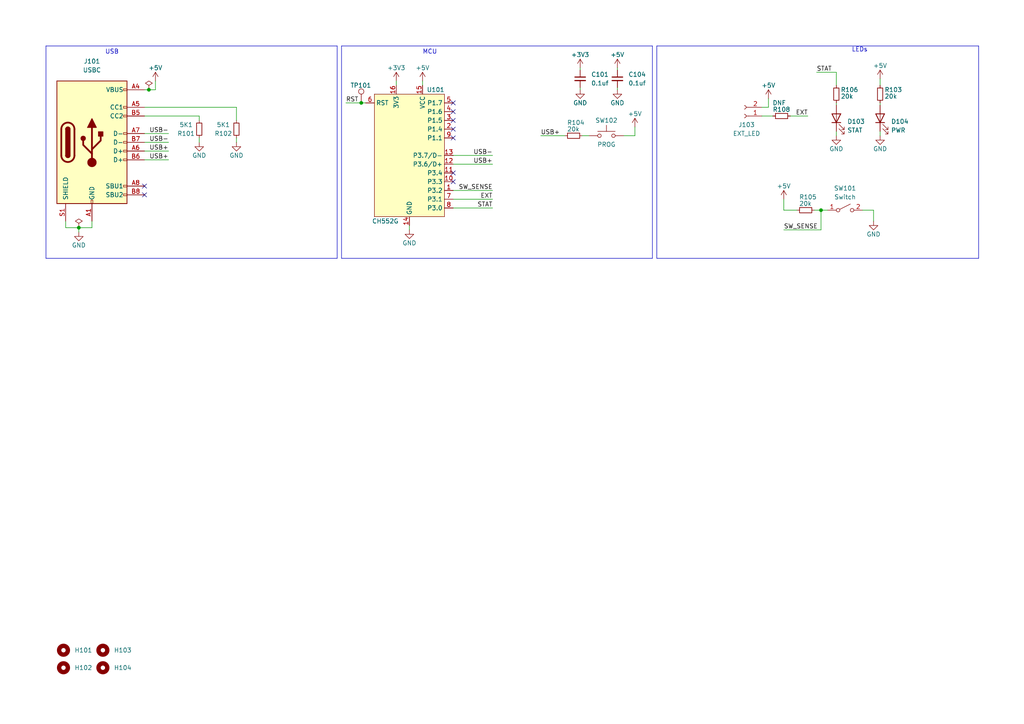
<source format=kicad_sch>
(kicad_sch (version 20230121) (generator eeschema)
  (paper "A4")
  (lib_symbols
    (symbol "Connector:Conn_01x02_Socket" (pin_names (offset 1.016) hide)
      (property "Reference" "J" (at 0 2.54 0))
      (property "Value" "Conn_01x02_Socket" (at 0 -5.08 0))
      (symbol "Conn_01x02_Socket_1_1"
        (arc (start 0 -2.032) (mid -0.5058 -2.54) (end 0 -3.048) (stroke (width 0.1524)))
        (polyline (pts (xy -1.27 -2.54) (xy -0.508 -2.54)) (stroke (width 0.1524)))
        (polyline (pts (xy -1.27 0) (xy -0.508 0)) (stroke (width 0.1524)))
        (arc (start 0 0.508) (mid -0.5058 0) (end 0 -0.508) (stroke (width 0.1524)))
        (pin passive line (at -5.08 0 0) (length 3.81) (name "Pin_1") (number "1"))
        (pin passive line (at -5.08 -2.54 0) (length 3.81) (name "Pin_2") (number "2"))
      )
    )
    (symbol "Connector:TestPoint" (pin_numbers hide) (pin_names (offset 0.762) hide)
      (property "Reference" "TP" (at 0 6.858 0))
      (property "Value" "TestPoint" (at 0 5.08 0))
      (symbol "TestPoint_0_1"
        (circle (center 0 3.302) (radius 0.762))
      )
      (symbol "TestPoint_1_1"
        (pin passive line (at 0 0 90) (length 2.54) (name "1") (number "1"))
      )
    )
    (symbol "Connector:USB_C_Receptacle_USB2.0" (pin_names (offset 1.016))
      (property "Reference" "J" (at -10.16 19.05 0))
      (property "Value" "USB_C_Receptacle_USB2.0" (at 19.05 19.05 0))
      (symbol "USB_C_Receptacle_USB2.0_0_0"
        (rectangle (start -0.254 -17.78) (end 0.254 -16.764))
        (rectangle (start 10.16 -14.986) (end 9.144 -15.494))
        (rectangle (start 10.16 -12.446) (end 9.144 -12.954))
        (rectangle (start 10.16 -4.826) (end 9.144 -5.334))
        (rectangle (start 10.16 -2.286) (end 9.144 -2.794))
        (rectangle (start 10.16 0.254) (end 9.144 -0.254))
        (rectangle (start 10.16 2.794) (end 9.144 2.286))
        (rectangle (start 10.16 7.874) (end 9.144 7.366))
        (rectangle (start 10.16 10.414) (end 9.144 9.906))
        (rectangle (start 10.16 15.494) (end 9.144 14.986))
      )
      (symbol "USB_C_Receptacle_USB2.0_0_1"
        (rectangle (start -10.16 17.78) (end 10.16 -17.78) (stroke (width 0.254)) (fill (type background)))
        (arc (start -8.89 -3.81) (mid -6.985 -5.7067) (end -5.08 -3.81) (stroke (width 0.508)))
        (arc (start -7.62 -3.81) (mid -6.985 -4.4423) (end -6.35 -3.81) (stroke (width 0.254)))
        (arc (start -7.62 -3.81) (mid -6.985 -4.4423) (end -6.35 -3.81) (stroke (width 0.254)) (fill (type outline)))
        (rectangle (start -7.62 -3.81) (end -6.35 3.81) (stroke (width 0.254)) (fill (type outline)))
        (arc (start -6.35 3.81) (mid -6.985 4.4423) (end -7.62 3.81) (stroke (width 0.254)))
        (arc (start -6.35 3.81) (mid -6.985 4.4423) (end -7.62 3.81) (stroke (width 0.254)) (fill (type outline)))
        (arc (start -5.08 3.81) (mid -6.985 5.7067) (end -8.89 3.81) (stroke (width 0.508)))
        (circle (center -2.54 1.143) (radius 0.635) (stroke (width 0.254)) (fill (type outline)))
        (circle (center 0 -5.842) (radius 1.27) (fill (type outline)))
        (polyline (pts (xy -8.89 -3.81) (xy -8.89 3.81)) (stroke (width 0.508)))
        (polyline (pts (xy -5.08 3.81) (xy -5.08 -3.81)) (stroke (width 0.508)))
        (polyline (pts (xy 0 -5.842) (xy 0 4.318)) (stroke (width 0.508)))
        (polyline (pts (xy 0 -3.302) (xy -2.54 -0.762) (xy -2.54 0.508)) (stroke (width 0.508)))
        (polyline (pts (xy 0 -2.032) (xy 2.54 0.508) (xy 2.54 1.778)) (stroke (width 0.508)))
        (polyline (pts (xy -1.27 4.318) (xy 0 6.858) (xy 1.27 4.318) (xy -1.27 4.318)) (stroke (width 0.254)) (fill (type outline)))
        (rectangle (start 1.905 1.778) (end 3.175 3.048) (stroke (width 0.254)) (fill (type outline)))
      )
      (symbol "USB_C_Receptacle_USB2.0_1_1"
        (pin passive line (at 0 -22.86 90) (length 5.08) (name "GND") (number "A1"))
        (pin passive line (at 0 -22.86 90) (length 5.08) hide (name "GND") (number "A12"))
        (pin passive line (at 15.24 15.24 180) (length 5.08) (name "VBUS") (number "A4"))
        (pin bidirectional line (at 15.24 10.16 180) (length 5.08) (name "CC1") (number "A5"))
        (pin bidirectional line (at 15.24 -2.54 180) (length 5.08) (name "D+") (number "A6"))
        (pin bidirectional line (at 15.24 2.54 180) (length 5.08) (name "D-") (number "A7"))
        (pin bidirectional line (at 15.24 -12.7 180) (length 5.08) (name "SBU1") (number "A8"))
        (pin passive line (at 15.24 15.24 180) (length 5.08) hide (name "VBUS") (number "A9"))
        (pin passive line (at 0 -22.86 90) (length 5.08) hide (name "GND") (number "B1"))
        (pin passive line (at 0 -22.86 90) (length 5.08) hide (name "GND") (number "B12"))
        (pin passive line (at 15.24 15.24 180) (length 5.08) hide (name "VBUS") (number "B4"))
        (pin bidirectional line (at 15.24 7.62 180) (length 5.08) (name "CC2") (number "B5"))
        (pin bidirectional line (at 15.24 -5.08 180) (length 5.08) (name "D+") (number "B6"))
        (pin bidirectional line (at 15.24 0 180) (length 5.08) (name "D-") (number "B7"))
        (pin bidirectional line (at 15.24 -15.24 180) (length 5.08) (name "SBU2") (number "B8"))
        (pin passive line (at 15.24 15.24 180) (length 5.08) hide (name "VBUS") (number "B9"))
        (pin passive line (at -7.62 -22.86 90) (length 5.08) (name "SHIELD") (number "S1"))
      )
    )
    (symbol "Device:C_Small" (pin_numbers hide) (pin_names (offset 0.254) hide)
      (property "Reference" "C" (at 0.254 1.778 0))
      (property "Value" "C_Small" (at 0.254 -2.032 0))
      (symbol "C_Small_0_1"
        (polyline (pts (xy -1.524 -0.508) (xy 1.524 -0.508)) (stroke (width 0.3302)))
        (polyline (pts (xy -1.524 0.508) (xy 1.524 0.508)) (stroke (width 0.3048)))
      )
      (symbol "C_Small_1_1"
        (pin passive line (at 0 2.54 270) (length 2.032) (name "~") (number "1"))
        (pin passive line (at 0 -2.54 90) (length 2.032) (name "~") (number "2"))
      )
    )
    (symbol "Device:LED" (pin_numbers hide) (pin_names (offset 1.016) hide)
      (property "Reference" "D" (at 0 2.54 0))
      (property "Value" "LED" (at 0 -2.54 0))
      (symbol "LED_0_1"
        (polyline (pts (xy -1.27 -1.27) (xy -1.27 1.27)) (stroke (width 0.254)))
        (polyline (pts (xy -1.27 0) (xy 1.27 0)))
        (polyline (pts (xy 1.27 -1.27) (xy 1.27 1.27) (xy -1.27 0) (xy 1.27 -1.27)) (stroke (width 0.254)))
        (polyline (pts (xy -3.048 -0.762) (xy -4.572 -2.286) (xy -3.81 -2.286) (xy -4.572 -2.286) (xy -4.572 -1.524)))
        (polyline (pts (xy -1.778 -0.762) (xy -3.302 -2.286) (xy -2.54 -2.286) (xy -3.302 -2.286) (xy -3.302 -1.524)))
      )
      (symbol "LED_1_1"
        (pin passive line (at -3.81 0 0) (length 2.54) (name "K") (number "1"))
        (pin passive line (at 3.81 0 180) (length 2.54) (name "A") (number "2"))
      )
    )
    (symbol "Device:R_Small" (pin_numbers hide) (pin_names (offset 0.254) hide)
      (property "Reference" "R" (at 0.762 0.508 0))
      (property "Value" "R_Small" (at 0.762 -1.016 0))
      (symbol "R_Small_0_1"
        (rectangle (start -0.762 1.778) (end 0.762 -1.778) (stroke (width 0.2032)))
      )
      (symbol "R_Small_1_1"
        (pin passive line (at 0 2.54 270) (length 0.762) (name "~") (number "1"))
        (pin passive line (at 0 -2.54 90) (length 0.762) (name "~") (number "2"))
      )
    )
    (symbol "KenwoodFox:CH552G"
      (property "Reference" "U101" (at 7.62 20.32 0))
      (property "Value" "CH552G" (at -6.985 -17.78 0))
      (symbol "CH552G_1_1"
        (rectangle (start -10.16 19.05) (end 10.16 -16.51) (fill (type background)))
        (pin bidirectional line (at 12.7 -8.89 180) (length 2.54) (name "P3.2") (number "1"))
        (pin bidirectional line (at 12.7 -6.35 180) (length 2.54) (name "P3.3") (number "10"))
        (pin bidirectional line (at 12.7 -3.81 180) (length 2.54) (name "P3.4") (number "11"))
        (pin bidirectional line (at 12.7 -1.27 180) (length 2.54) (name "P3.6/D+") (number "12"))
        (pin bidirectional line (at 12.7 1.27 180) (length 2.54) (name "P3.7/D-") (number "13"))
        (pin power_in line (at 0 -19.05 90) (length 2.54) (name "GND") (number "14"))
        (pin power_in line (at 3.81 21.59 270) (length 2.54) (name "VCC") (number "15"))
        (pin power_out line (at -3.81 21.59 270) (length 2.54) (name "3V3") (number "16"))
        (pin bidirectional line (at 12.7 8.89 180) (length 2.54) (name "P1.4") (number "2"))
        (pin bidirectional line (at 12.7 11.43 180) (length 2.54) (name "P1.5") (number "3"))
        (pin bidirectional line (at 12.7 13.97 180) (length 2.54) (name "P1.6") (number "4"))
        (pin bidirectional line (at 12.7 16.51 180) (length 2.54) (name "P1.7") (number "5"))
        (pin input line (at -12.7 16.51 0) (length 2.54) (name "RST") (number "6"))
        (pin bidirectional line (at 12.7 -11.43 180) (length 2.54) (name "P3.1") (number "7"))
        (pin bidirectional line (at 12.7 -13.97 180) (length 2.54) (name "P3.0") (number "8"))
        (pin bidirectional line (at 12.7 6.35 180) (length 2.54) (name "P1.1") (number "9"))
      )
    )
    (symbol "Mechanical:MountingHole" (pin_names (offset 1.016))
      (property "Reference" "H" (at 0 5.08 0))
      (property "Value" "MountingHole" (at 0 3.175 0))
      (symbol "MountingHole_0_1"
        (circle (center 0 0) (radius 1.27) (stroke (width 1.27)))
      )
    )
    (symbol "Switch:SW_Push" (pin_numbers hide) (pin_names (offset 1.016) hide)
      (property "Reference" "SW" (at 1.27 2.54 0))
      (property "Value" "SW_Push" (at 0 -1.524 0))
      (symbol "SW_Push_0_1"
        (circle (center -2.032 0) (radius 0.508))
        (polyline (pts (xy 0 1.27) (xy 0 3.048)))
        (polyline (pts (xy 2.54 1.27) (xy -2.54 1.27)))
        (circle (center 2.032 0) (radius 0.508))
        (pin passive line (at -5.08 0 0) (length 2.54) (name "1") (number "1"))
        (pin passive line (at 5.08 0 180) (length 2.54) (name "2") (number "2"))
      )
    )
    (symbol "Switch:SW_SPST" (pin_names (offset 0) hide)
      (property "Reference" "SW" (at 0 3.175 0))
      (property "Value" "SW_SPST" (at 0 -2.54 0))
      (symbol "SW_SPST_0_0"
        (circle (center -2.032 0) (radius 0.508))
        (polyline (pts (xy -1.524 0.254) (xy 1.524 1.778)))
        (circle (center 2.032 0) (radius 0.508))
      )
      (symbol "SW_SPST_1_1"
        (pin passive line (at -5.08 0 0) (length 2.54) (name "A") (number "1"))
        (pin passive line (at 5.08 0 180) (length 2.54) (name "B") (number "2"))
      )
    )
    (symbol "power:+3V3" (power) (pin_names (offset 0))
      (property "Value" "+3V3" (at 0 3.556 0))
      (symbol "+3V3_0_1"
        (polyline (pts (xy -0.762 1.27) (xy 0 2.54)))
        (polyline (pts (xy 0 0) (xy 0 2.54)))
        (polyline (pts (xy 0 2.54) (xy 0.762 1.27)))
      )
      (symbol "+3V3_1_1"
        (pin power_in line (at 0 0 90) (length 0) hide (name "+3V3") (number "1"))
      )
    )
    (symbol "power:+5V" (power) (pin_names (offset 0))
      (property "Value" "+5V" (at 0 3.556 0))
      (symbol "+5V_0_1"
        (polyline (pts (xy -0.762 1.27) (xy 0 2.54)))
        (polyline (pts (xy 0 0) (xy 0 2.54)))
        (polyline (pts (xy 0 2.54) (xy 0.762 1.27)))
      )
      (symbol "+5V_1_1"
        (pin power_in line (at 0 0 90) (length 0) hide (name "+5V") (number "1"))
      )
    )
    (symbol "power:GND" (power) (pin_names (offset 0))
      (property "Value" "GND" (at 0 -3.81 0))
      (symbol "GND_0_1"
        (polyline (pts (xy 0 0) (xy 0 -1.27) (xy 1.27 -1.27) (xy 0 -2.54) (xy -1.27 -1.27) (xy 0 -1.27)))
      )
      (symbol "GND_1_1"
        (pin power_in line (at 0 0 270) (length 0) hide (name "GND") (number "1"))
      )
    )
    (symbol "power:PWR_FLAG" (power) (pin_numbers hide) (pin_names (offset 0) hide)
      (property "Value" "PWR_FLAG" (at 0 3.81 0))
      (symbol "PWR_FLAG_0_0"
        (pin power_out line (at 0 0 90) (length 0) (name "pwr") (number "1"))
      )
      (symbol "PWR_FLAG_0_1"
        (polyline (pts (xy 0 0) (xy 0 1.27) (xy -1.016 1.905) (xy 0 2.54) (xy 1.016 1.905) (xy 0 1.27)))
      )
    )
  )
  (junction (at 238.125 60.96))
  (junction (at 43.18 26.035))
  (junction (at 104.775 29.845))
  (junction (at 22.86 66.04))
  (no_connect (at 131.445 37.465))
  (no_connect (at 131.445 34.925))
  (no_connect (at 131.445 40.005))
  (no_connect (at 41.91 53.975))
  (no_connect (at 131.445 29.845))
  (no_connect (at 131.445 52.705))
  (no_connect (at 131.445 50.165))
  (no_connect (at 131.445 32.385))
  (no_connect (at 41.91 56.515))
  (wire (pts (xy 142.875 60.325) (xy 131.445 60.325)))
  (wire (pts (xy 255.27 29.845) (xy 255.27 30.48)))
  (wire (pts (xy 41.91 46.355) (xy 48.895 46.355)))
  (wire (pts (xy 227.33 60.96) (xy 231.14 60.96)))
  (polyline (pts (xy 189.23 74.93) (xy 99.06 74.93)))
  (wire (pts (xy 242.57 29.845) (xy 242.57 30.48)))
  (wire (pts (xy 118.745 65.405) (xy 118.745 66.675)))
  (wire (pts (xy 224.155 33.655) (xy 220.98 33.655)))
  (wire (pts (xy 41.91 38.735) (xy 48.895 38.735)))
  (wire (pts (xy 242.57 20.955) (xy 242.57 24.765)))
  (wire (pts (xy 41.91 26.035) (xy 43.18 26.035)))
  (wire (pts (xy 142.875 55.245) (xy 131.445 55.245)))
  (wire (pts (xy 43.18 26.035) (xy 45.085 26.035)))
  (wire (pts (xy 41.91 33.655) (xy 57.785 33.655)))
  (wire (pts (xy 156.845 39.37) (xy 163.83 39.37)))
  (wire (pts (xy 41.91 41.275) (xy 48.895 41.275)))
  (wire (pts (xy 227.33 66.675) (xy 238.125 66.675)))
  (wire (pts (xy 236.855 20.955) (xy 242.57 20.955)))
  (wire (pts (xy 104.775 29.845) (xy 106.045 29.845)))
  (polyline (pts (xy 283.845 74.93) (xy 190.5 74.93)))
  (wire (pts (xy 227.33 57.785) (xy 227.33 60.96)))
  (wire (pts (xy 142.875 47.625) (xy 131.445 47.625)))
  (wire (pts (xy 255.27 38.1) (xy 255.27 39.37)))
  (wire (pts (xy 234.315 33.655) (xy 229.235 33.655)))
  (wire (pts (xy 253.365 60.96) (xy 250.19 60.96)))
  (polyline (pts (xy 190.5 74.93) (xy 190.5 13.335)))
  (wire (pts (xy 184.15 39.37) (xy 180.975 39.37)))
  (wire (pts (xy 179.07 25.4) (xy 179.07 26.035)))
  (wire (pts (xy 100.33 29.845) (xy 104.775 29.845)))
  (wire (pts (xy 222.885 31.115) (xy 222.885 28.575)))
  (wire (pts (xy 68.58 41.275) (xy 68.58 40.005)))
  (wire (pts (xy 142.875 57.785) (xy 131.445 57.785)))
  (wire (pts (xy 168.275 25.4) (xy 168.275 26.035)))
  (wire (pts (xy 238.125 60.96) (xy 240.03 60.96)))
  (polyline (pts (xy 13.335 13.335) (xy 97.79 13.335)))
  (wire (pts (xy 236.22 60.96) (xy 238.125 60.96)))
  (wire (pts (xy 19.05 64.135) (xy 19.05 66.04)))
  (wire (pts (xy 122.555 23.495) (xy 122.555 24.765)))
  (polyline (pts (xy 99.06 13.335) (xy 189.23 13.335)))
  (wire (pts (xy 22.86 66.04) (xy 26.67 66.04)))
  (wire (pts (xy 41.91 43.815) (xy 48.895 43.815)))
  (polyline (pts (xy 13.335 74.93) (xy 13.335 13.335)))
  (wire (pts (xy 45.085 26.035) (xy 45.085 23.495)))
  (wire (pts (xy 57.785 41.275) (xy 57.785 40.005)))
  (wire (pts (xy 26.67 66.04) (xy 26.67 64.135)))
  (wire (pts (xy 19.05 66.04) (xy 22.86 66.04)))
  (wire (pts (xy 41.91 31.115) (xy 68.58 31.115)))
  (wire (pts (xy 57.785 33.655) (xy 57.785 34.925)))
  (wire (pts (xy 255.27 22.86) (xy 255.27 24.765)))
  (wire (pts (xy 168.91 39.37) (xy 170.815 39.37)))
  (wire (pts (xy 253.365 64.135) (xy 253.365 60.96)))
  (polyline (pts (xy 97.79 74.93) (xy 13.335 74.93)))
  (wire (pts (xy 168.275 19.685) (xy 168.275 20.32)))
  (polyline (pts (xy 283.845 13.335) (xy 283.845 74.93)))
  (wire (pts (xy 238.125 66.675) (xy 238.125 60.96)))
  (wire (pts (xy 114.935 23.495) (xy 114.935 24.765)))
  (wire (pts (xy 22.86 66.04) (xy 22.86 67.31)))
  (wire (pts (xy 220.98 31.115) (xy 222.885 31.115)))
  (wire (pts (xy 184.15 36.83) (xy 184.15 39.37)))
  (wire (pts (xy 242.57 38.1) (xy 242.57 39.37)))
  (wire (pts (xy 68.58 31.115) (xy 68.58 34.925)))
  (polyline (pts (xy 99.06 74.93) (xy 99.06 13.335)))
  (wire (pts (xy 179.07 19.685) (xy 179.07 20.32)))
  (polyline (pts (xy 189.23 13.335) (xy 189.23 74.93)))
  (wire (pts (xy 142.875 45.085) (xy 131.445 45.085)))
  (polyline (pts (xy 190.5 13.335) (xy 283.845 13.335)))
  (polyline (pts (xy 97.79 13.335) (xy 97.79 74.93)))
  (text "USB" (at 30.48 15.875 0) (effects (font (size 1.27 1.27)) (justify left bottom)))
  (text "LEDs" (at 247.015 15.24 0) (effects (font (size 1.27 1.27)) (justify left bottom)))
  (text "MCU" (at 122.555 15.875 0) (effects (font (size 1.27 1.27)) (justify left bottom)))
  (label "EXT" (at 142.875 57.785 180))
  (label "STAT" (at 236.855 20.955 0))
  (label "USB+" (at 48.895 43.815 180))
  (label "USB-" (at 142.875 45.085 180))
  (label "USB-" (at 48.895 41.275 180))
  (label "SW_SENSE" (at 142.875 55.245 180))
  (label "EXT" (at 234.315 33.655 180))
  (label "USB+" (at 48.895 46.355 180))
  (label "STAT" (at 142.875 60.325 180))
  (label "USB+" (at 142.875 47.625 180))
  (label "SW_SENSE" (at 227.33 66.675 0))
  (label "USB-" (at 48.895 38.735 180))
  (label "RST" (at 100.33 29.845 0))
  (label "USB+" (at 156.845 39.37 0))
  (symbol (lib_id "Device:R_Small") (at 242.57 27.305 180) (unit 1)
    (property "Reference" "R106" (at 243.84 26.035 0) (effects (justify right)))
    (property "Value" "20k" (at 243.84 27.94 0) (effects (justify right)))
    (property "Footprint" "Resistor_SMD:R_0805_2012Metric" (effects hide))
    (property "LCSC#" "C17606" (effects hide))
  )
  (symbol (lib_id "power:PWR_FLAG") (at 22.86 66.04 0) (unit 1)
    (property "Reference" "#FLG0101" (effects hide))
    (property "Value" "PWR_FLAG" (effects hide))
  )
  (symbol (lib_id "power:PWR_FLAG") (at 43.18 26.035 0) (unit 1)
    (property "Reference" "#FLG0102" (effects hide))
    (property "Value" "PWR_FLAG" (effects hide))
  )
  (symbol (lib_id "power:+5V") (at 45.085 23.495 0) (unit 1)
    (property "Reference" "#PWR0113" (effects hide))
    (property "Value" "+5V" (at 45.085 19.685 0))
  )
  (symbol (lib_id "power:GND") (at 253.365 64.135 0) (unit 1)
    (property "Reference" "#PWR0111" (effects hide))
    (property "Value" "GND" (at 253.365 67.945 0))
  )
  (symbol (lib_id "Device:R_Small") (at 226.695 33.655 90) (unit 1)
    (property "Reference" "R108" (at 229.235 31.75 90) (effects (justify left)))
    (property "Value" "DNF" (at 227.965 29.845 90) (effects (justify left)))
    (property "Footprint" "Resistor_SMD:R_0805_2012Metric" (effects hide))
    (property "LCSC#" "C17606" (effects hide))
  )
  (symbol (lib_id "power:+3V3") (at 114.935 23.495 0) (unit 1)
    (property "Reference" "#PWR0122" (effects hide))
    (property "Value" "+3V3" (at 114.935 19.685 0))
  )
  (symbol (lib_id "power:+5V") (at 222.885 28.575 0) (unit 1)
    (property "Reference" "#PWR0112" (effects hide))
    (property "Value" "+5V" (at 222.885 24.765 0))
  )
  (symbol (lib_id "power:GND") (at 22.86 67.31 0) (unit 1)
    (property "Reference" "#PWR0115" (effects hide))
    (property "Value" "GND" (at 22.86 71.12 0))
  )
  (symbol (lib_id "Switch:SW_Push") (at 175.895 39.37 0) (unit 1)
    (property "Reference" "SW102" (at 175.895 34.925 0))
    (property "Value" "PROG" (at 175.895 41.91 0))
    (property "Footprint" "Button_Switch_SMD:SW_SPST_TL3342" (effects hide))
    (property "LCSC#" "C318884" (effects hide))
  )
  (symbol (lib_id "Device:C_Small") (at 179.07 22.86 0) (unit 1)
    (property "Reference" "C104" (at 182.245 21.5962 0) (effects (justify left)))
    (property "Value" "0.1uf" (at 182.245 24.1362 0) (effects (justify left)))
    (property "Footprint" "Capacitor_SMD:C_0805_2012Metric" (effects hide))
    (property "LCSC#" "C49678" (effects hide))
  )
  (symbol (lib_id "power:GND") (at 118.745 66.675 0) (unit 1)
    (property "Reference" "#PWR0109" (effects hide))
    (property "Value" "GND" (at 118.745 70.485 0))
  )
  (symbol (lib_id "power:+5V") (at 184.15 36.83 0) (unit 1)
    (property "Reference" "#PWR0106" (effects hide))
    (property "Value" "+5V" (at 184.15 33.02 0))
  )
  (symbol (lib_id "power:+3V3") (at 168.275 19.685 0) (unit 1)
    (property "Reference" "#PWR0104" (effects hide))
    (property "Value" "+3V3" (at 168.275 15.875 0))
  )
  (symbol (lib_id "power:GND") (at 168.275 26.035 0) (unit 1)
    (property "Reference" "#PWR0103" (effects hide))
    (property "Value" "GND" (at 168.275 29.845 0))
  )
  (symbol (lib_id "Device:R_Small") (at 57.785 37.465 180) (unit 1)
    (property "Reference" "R101" (at 53.975 38.735 0))
    (property "Value" "5K1" (at 53.975 36.195 0))
    (property "Footprint" "Resistor_SMD:R_0805_2012Metric" (effects hide))
    (property "LCSC#" "C269748" (effects hide))
  )
  (symbol (lib_id "Connector:TestPoint") (at 104.775 29.845 0) (unit 1)
    (property "Reference" "TP101" (at 101.6 24.765 0) (effects (justify left)))
    (property "Value" "TestPoint" (effects hide))
    (property "Footprint" "TestPoint:TestPoint_Pad_2.5x2.5mm" (effects hide))
  )
  (symbol (lib_id "KenwoodFox:CH552G") (at 118.745 46.355 0) (unit 1)
    (property "Reference" "U101" (at 126.365 26.035 0))
    (property "Value" "CH552G" (at 111.76 64.135 0))
    (property "Footprint" "Package_SO:SOP-16_3.9x9.9mm_P1.27mm" (effects hide))
    (property "LCSC#" "C111292" (effects hide))
  )
  (symbol (lib_id "Connector:USB_C_Receptacle_USB2.0") (at 26.67 41.275 0) (unit 1)
    (property "Reference" "J101" (at 26.67 17.78 0))
    (property "Value" "USBC" (at 26.67 20.32 0))
    (property "Footprint" "Connector_USB:USB_C_Receptacle_XKB_U262-16XN-4BVC11" (effects hide))
    (property "Datasheet" "https://www.usb.org/sites/default/files/documents/usb_type-c.zip" (effects hide))
    (property "LCSC#" "C319148" (effects hide))
  )
  (symbol (lib_id "power:GND") (at 179.07 26.035 0) (unit 1)
    (property "Reference" "#PWR0101" (effects hide))
    (property "Value" "GND" (at 179.07 29.845 0))
  )
  (symbol (lib_id "Device:LED") (at 242.57 34.29 90) (unit 1)
    (property "Reference" "D103" (at 245.745 35.2425 90) (effects (justify right)))
    (property "Value" "STAT" (at 245.745 37.7825 90) (effects (justify right)))
    (property "Footprint" "LED_SMD:LED_0805_2012Metric" (effects hide))
    (property "LCSC#" "C84256" (effects hide))
  )
  (symbol (lib_id "power:GND") (at 68.58 41.275 0) (unit 1)
    (property "Reference" "#PWR0120" (effects hide))
    (property "Value" "GND" (at 68.58 45.085 0))
  )
  (symbol (lib_id "Device:C_Small") (at 168.275 22.86 0) (unit 1)
    (property "Reference" "C101" (at 171.45 21.5962 0) (effects (justify left)))
    (property "Value" "0.1uf" (at 171.45 24.1362 0) (effects (justify left)))
    (property "Footprint" "Capacitor_SMD:C_0805_2012Metric" (effects hide))
    (property "LCSC#" "C49678" (effects hide))
  )
  (symbol (lib_id "power:GND") (at 255.27 39.37 0) (unit 1)
    (property "Reference" "#PWR0114" (effects hide))
    (property "Value" "GND" (at 255.27 43.18 0))
  )
  (symbol (lib_id "Mechanical:MountingHole") (at 29.845 193.675 0) (unit 1)
    (property "Reference" "H104" (at 33.02 193.6749 0) (effects (justify left)))
    (property "Value" "MountingHole" (effects hide))
    (property "Footprint" "MountingHole:MountingHole_6.5mm" (effects hide))
  )
  (symbol (lib_id "power:+5V") (at 227.33 57.785 0) (unit 1)
    (property "Reference" "#PWR0108" (effects hide))
    (property "Value" "+5V" (at 227.33 53.975 0))
  )
  (symbol (lib_id "power:GND") (at 57.785 41.275 0) (unit 1)
    (property "Reference" "#PWR0116" (effects hide))
    (property "Value" "GND" (at 57.785 45.085 0))
  )
  (symbol (lib_id "Device:R_Small") (at 68.58 37.465 180) (unit 1)
    (property "Reference" "R102" (at 64.77 38.735 0))
    (property "Value" "5K1" (at 64.77 36.195 0))
    (property "Footprint" "Resistor_SMD:R_0805_2012Metric" (effects hide))
    (property "LCSC#" "C269748" (effects hide))
  )
  (symbol (lib_id "power:GND") (at 242.57 39.37 0) (unit 1)
    (property "Reference" "#PWR0105" (effects hide))
    (property "Value" "GND" (at 242.57 43.18 0))
  )
  (symbol (lib_id "Switch:SW_SPST") (at 245.11 60.96 0) (unit 1)
    (property "Reference" "SW101" (at 245.11 54.61 0))
    (property "Value" "Switch" (at 245.11 57.15 0))
    (property "Footprint" "Switch_Keyboard_Cherry_MX:SW_Cherry_MX_PCB" (effects hide))
  )
  (symbol (lib_id "Mechanical:MountingHole") (at 18.415 188.595 0) (unit 1)
    (property "Reference" "H101" (at 21.59 188.5949 0) (effects (justify left)))
    (property "Value" "MountingHole" (effects hide))
    (property "Footprint" "MountingHole:MountingHole_6.5mm" (effects hide))
  )
  (symbol (lib_id "Connector:Conn_01x02_Socket") (at 215.9 33.655 180) (unit 1)
    (property "Reference" "J103" (at 216.535 36.195 0))
    (property "Value" "EXT_LED" (at 216.535 38.735 0))
    (property "Footprint" "Connector_Wire:SolderWire-0.15sqmm_1x02_P4mm_D0.5mm_OD1.5mm_Relief" (effects hide))
  )
  (symbol (lib_id "Mechanical:MountingHole") (at 29.845 188.595 0) (unit 1)
    (property "Reference" "H103" (at 33.02 188.5949 0) (effects (justify left)))
    (property "Value" "MountingHole" (effects hide))
    (property "Footprint" "MountingHole:MountingHole_6.5mm" (effects hide))
  )
  (symbol (lib_id "power:+5V") (at 122.555 23.495 0) (unit 1)
    (property "Reference" "#PWR0110" (effects hide))
    (property "Value" "+5V" (at 122.555 19.685 0))
  )
  (symbol (lib_id "Device:R_Small") (at 166.37 39.37 270) (unit 1)
    (property "Reference" "R104" (at 164.465 35.56 90) (effects (justify left)))
    (property "Value" "20k" (at 164.465 37.465 90) (effects (justify left)))
    (property "Footprint" "Resistor_SMD:R_0805_2012Metric" (effects hide))
    (property "LCSC#" "C17606" (effects hide))
  )
  (symbol (lib_id "Device:R_Small") (at 233.68 60.96 270) (unit 1)
    (property "Reference" "R105" (at 231.775 57.15 90) (effects (justify left)))
    (property "Value" "20k" (at 231.775 59.055 90) (effects (justify left)))
    (property "Footprint" "Resistor_SMD:R_0805_2012Metric" (effects hide))
    (property "LCSC#" "C17606" (effects hide))
  )
  (symbol (lib_id "Device:R_Small") (at 255.27 27.305 180) (unit 1)
    (property "Reference" "R103" (at 256.54 26.035 0) (effects (justify right)))
    (property "Value" "20k" (at 256.54 27.94 0) (effects (justify right)))
    (property "Footprint" "Resistor_SMD:R_0805_2012Metric" (effects hide))
    (property "LCSC#" "C17606" (effects hide))
  )
  (symbol (lib_id "power:+5V") (at 255.27 22.86 0) (unit 1)
    (property "Reference" "#PWR0107" (effects hide))
    (property "Value" "+5V" (at 255.27 19.05 0))
  )
  (symbol (lib_id "power:+5V") (at 179.07 19.685 0) (unit 1)
    (property "Reference" "#PWR0102" (effects hide))
    (property "Value" "+5V" (at 179.07 15.875 0))
  )
  (symbol (lib_id "Device:LED") (at 255.27 34.29 90) (unit 1)
    (property "Reference" "D104" (at 258.445 35.2425 90) (effects (justify right)))
    (property "Value" "PWR" (at 258.445 37.7825 90) (effects (justify right)))
    (property "Footprint" "LED_SMD:LED_0805_2012Metric" (effects hide))
    (property "LCSC#" "C84256" (effects hide))
  )
  (symbol (lib_id "Mechanical:MountingHole") (at 18.415 193.675 0) (unit 1)
    (property "Reference" "H102" (at 21.59 193.6749 0) (effects (justify left)))
    (property "Value" "MountingHole" (effects hide))
    (property "Footprint" "MountingHole:MountingHole_6.5mm" (effects hide))
  )
)
</source>
